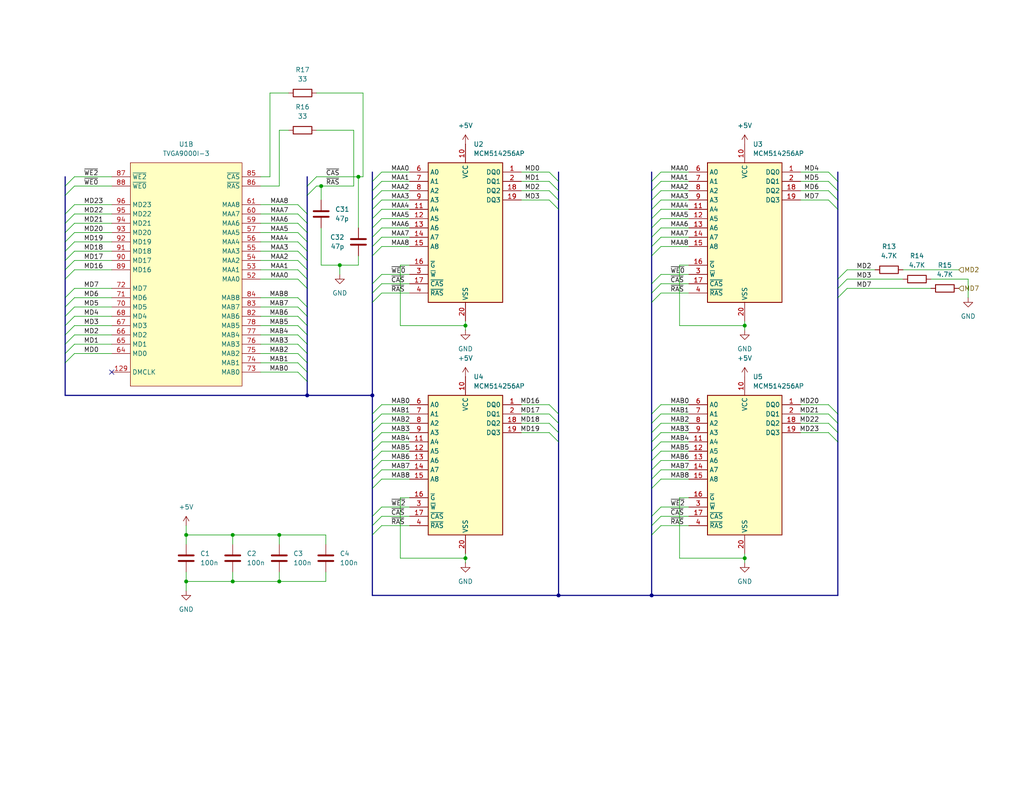
<source format=kicad_sch>
(kicad_sch (version 20231120) (generator "eeschema") (generator_version "8.0")
  (paper "USLetter")
  (lib_symbols
    (symbol "Device:C" (pin_numbers hide) (pin_names (offset 0.254))
      (property "Reference" "C" (at 0.635 2.54 0))
      (property "Value" "C" (at 0.635 -2.54 0))
      (symbol "C_0_1"
        (polyline (pts (xy -2.032 -0.762) (xy 2.032 -0.762)) (stroke (width 0.508)))
        (polyline (pts (xy -2.032 0.762) (xy 2.032 0.762)) (stroke (width 0.508)))
      )
      (symbol "C_1_1"
        (pin passive line (at 0 3.81 270) (length 2.794) (name "~") (number "1"))
        (pin passive line (at 0 -3.81 90) (length 2.794) (name "~") (number "2"))
      )
    )
    (symbol "Device:R" (pin_numbers hide) (pin_names (offset 0))
      (property "Reference" "R" (at 2.032 0 90))
      (property "Value" "R" (at 0 0 90))
      (symbol "R_0_1"
        (rectangle (start -1.016 -2.54) (end 1.016 2.54) (stroke (width 0.254)))
      )
      (symbol "R_1_1"
        (pin passive line (at 0 3.81 270) (length 1.27) (name "~") (number "1"))
        (pin passive line (at 0 -3.81 90) (length 1.27) (name "~") (number "2"))
      )
    )
    (symbol "pc-parts:MCM514256AP"
      (property "Reference" "U" (at -5.08 20.32 0))
      (property "Value" "MCM514256AP" (at 7.62 20.32 0))
      (symbol "MCM514256AP_0_1"
        (rectangle (start -10.16 19.05) (end 10.16 -19.05) (stroke (width 0.254)) (fill (type background)))
      )
      (symbol "MCM514256AP_1_1"
        (pin bidirectional line (at 15.24 16.51 180) (length 5.08) (name "DQ0") (number "1"))
        (pin power_in line (at 0 24.13 270) (length 5.08) (name "VCC") (number "10"))
        (pin input line (at -15.24 6.35 0) (length 5.08) (name "A4") (number "11"))
        (pin input line (at -15.24 3.81 0) (length 5.08) (name "A5") (number "12"))
        (pin input line (at -15.24 1.27 0) (length 5.08) (name "A6") (number "13"))
        (pin input line (at -15.24 -1.27 0) (length 5.08) (name "A7") (number "14"))
        (pin input line (at -15.24 -3.81 0) (length 5.08) (name "A8") (number "15"))
        (pin input line (at -15.24 -8.89 0) (length 5.08) (name "~{G}") (number "16"))
        (pin input line (at -15.24 -13.97 0) (length 5.08) (name "~{CAS}") (number "17"))
        (pin bidirectional line (at 15.24 11.43 180) (length 5.08) (name "DQ2") (number "18"))
        (pin bidirectional line (at 15.24 8.89 180) (length 5.08) (name "DQ3") (number "19"))
        (pin bidirectional line (at 15.24 13.97 180) (length 5.08) (name "DQ1") (number "2"))
        (pin power_in line (at 0 -24.13 90) (length 5.08) (name "VSS") (number "20"))
        (pin input line (at -15.24 -11.43 0) (length 5.08) (name "~{W}") (number "3"))
        (pin input line (at -15.24 -16.51 0) (length 5.08) (name "~{RAS}") (number "4"))
        (pin no_connect line (at 10.16 -16.51 180) (length 2.54) hide (name "NC") (number "5"))
        (pin input line (at -15.24 16.51 0) (length 5.08) (name "A0") (number "6"))
        (pin input line (at -15.24 13.97 0) (length 5.08) (name "A1") (number "7"))
        (pin input line (at -15.24 11.43 0) (length 5.08) (name "A2") (number "8"))
        (pin input line (at -15.24 8.89 0) (length 5.08) (name "A3") (number "9"))
      )
    )
    (symbol "pc-parts:TVGA9000i"
      (property "Reference" "U" (at 0 0 0))
      (property "Value" "TVGA9000I-3" (at 0 0 0))
      (symbol "TVGA9000i_1_0"
        (pin output line (at -19.05 -17.78 0) (length 5.08) (name "~{MCS16}") (number "102"))
        (pin bidirectional line (at 19.05 -60.96 180) (length 5.08) (name "SD15") (number "103"))
        (pin bidirectional line (at 19.05 -58.42 180) (length 5.08) (name "SD14") (number "104"))
        (pin bidirectional line (at 19.05 -55.88 180) (length 5.08) (name "SD13") (number "105"))
        (pin bidirectional line (at 19.05 -53.34 180) (length 5.08) (name "SD12") (number "106"))
        (pin bidirectional line (at 19.05 -50.8 180) (length 5.08) (name "SD11") (number "107"))
        (pin bidirectional line (at 19.05 -48.26 180) (length 5.08) (name "SD10") (number "108"))
        (pin bidirectional line (at 19.05 -45.72 180) (length 5.08) (name "SD9") (number "109"))
        (pin bidirectional line (at 19.05 -43.18 180) (length 5.08) (name "SD8") (number "110"))
        (pin output line (at -19.05 55.88 0) (length 5.08) (name "IRQ") (number "111"))
        (pin input line (at 19.05 30.48 180) (length 5.08) (name "SA17") (number "113"))
        (pin input line (at 19.05 33.02 180) (length 5.08) (name "SA18") (number "114"))
        (pin input line (at 19.05 35.56 180) (length 5.08) (name "SA19") (number "115"))
        (pin input line (at 19.05 -27.94 180) (length 5.08) (name "LA20") (number "116"))
        (pin input line (at 19.05 -25.4 180) (length 5.08) (name "LA21") (number "117"))
        (pin input line (at 19.05 -22.86 180) (length 5.08) (name "LA22") (number "118"))
        (pin input line (at 19.05 -20.32 180) (length 5.08) (name "LA23") (number "119"))
        (pin bidirectional line (at 19.05 -12.7 180) (length 5.08) (name "SA0") (number "135"))
        (pin bidirectional line (at 19.05 -10.16 180) (length 5.08) (name "SA1") (number "136"))
        (pin bidirectional line (at 19.05 -7.62 180) (length 5.08) (name "SA2") (number "137"))
        (pin bidirectional line (at 19.05 -5.08 180) (length 5.08) (name "SA3") (number "138"))
        (pin bidirectional line (at 19.05 -2.54 180) (length 5.08) (name "SA4") (number "139"))
        (pin bidirectional line (at 19.05 0 180) (length 5.08) (name "SA5") (number "140"))
        (pin bidirectional line (at 19.05 2.54 180) (length 5.08) (name "SA6") (number "141"))
        (pin bidirectional line (at 19.05 5.08 180) (length 5.08) (name "SA7") (number "142"))
        (pin bidirectional line (at 19.05 7.62 180) (length 5.08) (name "SA8") (number "144"))
        (pin bidirectional line (at 19.05 10.16 180) (length 5.08) (name "SA9") (number "145"))
        (pin bidirectional line (at 19.05 12.7 180) (length 5.08) (name "SA10") (number "146"))
        (pin bidirectional line (at 19.05 15.24 180) (length 5.08) (name "SA11") (number "147"))
        (pin bidirectional line (at 19.05 17.78 180) (length 5.08) (name "SA12") (number "148"))
        (pin bidirectional line (at 19.05 20.32 180) (length 5.08) (name "SA13") (number "149"))
        (pin bidirectional line (at 19.05 22.86 180) (length 5.08) (name "SA14") (number "150"))
        (pin bidirectional line (at 19.05 25.4 180) (length 5.08) (name "SA15") (number "151"))
        (pin bidirectional line (at 19.05 27.94 180) (length 5.08) (name "SA16") (number "152"))
        (pin input line (at -19.05 30.48 0) (length 5.08) (name "~{IOR}") (number "153"))
        (pin input line (at -19.05 33.02 0) (length 5.08) (name "~{IOW}") (number "154"))
        (pin input line (at -19.05 35.56 0) (length 5.08) (name "~{MEMR}") (number "155"))
        (pin input line (at -19.05 38.1 0) (length 5.08) (name "~{MEMW}") (number "156"))
        (pin output line (at 19.05 40.64 180) (length 5.08) (name "IOCHRDY") (number "157"))
        (pin input line (at -19.05 17.78 0) (length 5.08) (name "ENMEM") (number "158"))
        (pin input line (at -19.05 -5.08 0) (length 5.08) (name "ALE") (number "21"))
        (pin input line (at 19.05 38.1 180) (length 5.08) (name "AEN") (number "22"))
        (pin output line (at 19.05 63.5 180) (length 5.08) (name "~{NMI}") (number "24"))
        (pin bidirectional line (at 19.05 43.18 180) (length 5.08) (name "SD0") (number "25"))
        (pin bidirectional line (at 19.05 45.72 180) (length 5.08) (name "SD1") (number "26"))
        (pin bidirectional line (at 19.05 48.26 180) (length 5.08) (name "SD2") (number "27"))
        (pin bidirectional line (at 19.05 50.8 180) (length 5.08) (name "SD3") (number "28"))
        (pin bidirectional line (at 19.05 53.34 180) (length 5.08) (name "SD4") (number "29"))
        (pin bidirectional line (at 19.05 55.88 180) (length 5.08) (name "SD5") (number "30"))
        (pin bidirectional line (at 19.05 58.42 180) (length 5.08) (name "SD6") (number "31"))
        (pin bidirectional line (at 19.05 60.96 180) (length 5.08) (name "SD7") (number "32"))
        (pin input line (at -19.05 60.96 0) (length 5.08) (name "RESET") (number "5"))
        (pin input line (at 19.05 -17.78 180) (length 5.08) (name "~{SBHE}") (number "99"))
      )
      (symbol "TVGA9000i_1_1"
        (rectangle (start -13.97 66.04) (end 13.97 -63.5) (fill (type background)))
      )
      (symbol "TVGA9000i_2_0"
        (pin bidirectional line (at 20.32 -26.67 180) (length 5.08) (name "DMCLK") (number "129"))
        (pin output line (at -20.32 -1.27 0) (length 5.08) (name "MAA0") (number "52"))
        (pin output line (at -20.32 1.27 0) (length 5.08) (name "MAA1") (number "53"))
        (pin output line (at -20.32 3.81 0) (length 5.08) (name "MAA2") (number "54"))
        (pin output line (at -20.32 6.35 0) (length 5.08) (name "MAA3") (number "55"))
        (pin output line (at -20.32 8.89 0) (length 5.08) (name "MAA4") (number "56"))
        (pin output line (at -20.32 11.43 0) (length 5.08) (name "MAA5") (number "57"))
        (pin output line (at -20.32 13.97 0) (length 5.08) (name "MAA6") (number "59"))
        (pin output line (at -20.32 16.51 0) (length 5.08) (name "MAA7") (number "60"))
        (pin output line (at -20.32 19.05 0) (length 5.08) (name "MAA8") (number "61"))
        (pin bidirectional line (at 20.32 -21.59 180) (length 5.08) (name "MD0") (number "64"))
        (pin bidirectional line (at 20.32 -19.05 180) (length 5.08) (name "MD1") (number "65"))
        (pin bidirectional line (at 20.32 -16.51 180) (length 5.08) (name "MD2") (number "66"))
        (pin bidirectional line (at 20.32 -13.97 180) (length 5.08) (name "MD3") (number "67"))
        (pin bidirectional line (at 20.32 -11.43 180) (length 5.08) (name "MD4") (number "68"))
        (pin bidirectional line (at 20.32 -8.89 180) (length 5.08) (name "MD5") (number "70"))
        (pin bidirectional line (at 20.32 -6.35 180) (length 5.08) (name "MD6") (number "71"))
        (pin bidirectional line (at 20.32 -3.81 180) (length 5.08) (name "MD7") (number "72"))
        (pin output line (at -20.32 -26.67 0) (length 5.08) (name "MAB0") (number "73"))
        (pin output line (at -20.32 -24.13 0) (length 5.08) (name "MAB1") (number "74"))
        (pin output line (at -20.32 -21.59 0) (length 5.08) (name "MAB2") (number "75"))
        (pin output line (at -20.32 -19.05 0) (length 5.08) (name "MAB3") (number "76"))
        (pin output line (at -20.32 -16.51 0) (length 5.08) (name "MAB4") (number "77"))
        (pin output line (at -20.32 -13.97 0) (length 5.08) (name "MAB5") (number "78"))
        (pin output line (at -20.32 -11.43 0) (length 5.08) (name "MAB6") (number "82"))
        (pin output line (at -20.32 -8.89 0) (length 5.08) (name "MAB7") (number "83"))
        (pin output line (at -20.32 -6.35 0) (length 5.08) (name "MAB8") (number "84"))
        (pin output line (at -20.32 26.67 0) (length 5.08) (name "~{CAS}") (number "85"))
        (pin output line (at -20.32 24.13 0) (length 5.08) (name "~{RAS}") (number "86"))
        (pin output line (at 20.32 26.67 180) (length 5.08) (name "~{WE2}") (number "87"))
        (pin output line (at 20.32 24.13 180) (length 5.08) (name "~{WE0}") (number "88"))
        (pin bidirectional line (at 20.32 1.27 180) (length 5.08) (name "MD16") (number "89"))
        (pin bidirectional line (at 20.32 3.81 180) (length 5.08) (name "MD17") (number "90"))
        (pin bidirectional line (at 20.32 6.35 180) (length 5.08) (name "MD18") (number "91"))
        (pin bidirectional line (at 20.32 8.89 180) (length 5.08) (name "MD19") (number "92"))
        (pin bidirectional line (at 20.32 11.43 180) (length 5.08) (name "MD20") (number "93"))
        (pin bidirectional line (at 20.32 13.97 180) (length 5.08) (name "MD21") (number "94"))
        (pin bidirectional line (at 20.32 16.51 180) (length 5.08) (name "MD22") (number "95"))
        (pin bidirectional line (at 20.32 19.05 180) (length 5.08) (name "MD23") (number "96"))
      )
      (symbol "TVGA9000i_2_1"
        (rectangle (start -15.24 30.48) (end 15.24 -30.48) (fill (type background)))
      )
      (symbol "TVGA9000i_3_0"
        (pin bidirectional line (at 20.32 -2.54 180) (length 5.08) (name "P6") (number "10"))
        (pin output line (at 20.32 12.7 180) (length 5.08) (name "OUTP0") (number "100"))
        (pin bidirectional line (at 20.32 -5.08 180) (length 5.08) (name "P5") (number "11"))
        (pin bidirectional line (at 20.32 -7.62 180) (length 5.08) (name "P4") (number "12"))
        (pin output line (at 20.32 15.24 180) (length 5.08) (name "VLF") (number "125"))
        (pin bidirectional line (at 20.32 -10.16 180) (length 5.08) (name "P3") (number "14"))
        (pin bidirectional line (at 20.32 -12.7 180) (length 5.08) (name "P2") (number "15"))
        (pin bidirectional line (at 20.32 -20.32 180) (length 5.08) (name "PCLK") (number "159"))
        (pin bidirectional line (at 20.32 -15.24 180) (length 5.08) (name "P1") (number "16"))
        (pin bidirectional line (at 20.32 -17.78 180) (length 5.08) (name "P0") (number "17"))
        (pin input line (at 20.32 7.62 180) (length 5.08) (name "IRSET") (number "18"))
        (pin output line (at 20.32 27.94 180) (length 5.08) (name "B") (number "2"))
        (pin input line (at 20.32 5.08 180) (length 5.08) (name "VREF") (number "20"))
        (pin output line (at 20.32 25.4 180) (length 5.08) (name "G") (number "3"))
        (pin bidirectional line (at -20.32 -3.81 0) (length 5.08) (name "RMD7") (number "33"))
        (pin bidirectional line (at -20.32 -1.27 0) (length 5.08) (name "RMD6") (number "34"))
        (pin bidirectional line (at -20.32 1.27 0) (length 5.08) (name "RMD5") (number "35"))
        (pin bidirectional line (at -20.32 3.81 0) (length 5.08) (name "RMD4") (number "36"))
        (pin bidirectional line (at -20.32 6.35 0) (length 5.08) (name "RMD3") (number "37"))
        (pin bidirectional line (at -20.32 8.89 0) (length 5.08) (name "RMD2") (number "38"))
        (pin bidirectional line (at -20.32 11.43 0) (length 5.08) (name "RMD1") (number "39"))
        (pin output line (at 20.32 22.86 180) (length 5.08) (name "R") (number "4"))
        (pin bidirectional line (at -20.32 13.97 0) (length 5.08) (name "RMD0") (number "43"))
        (pin bidirectional line (at 20.32 -22.86 180) (length 5.08) (name "~{BLANK}") (number "44"))
        (pin output line (at -20.32 -8.89 0) (length 5.08) (name "ROMCS") (number "45"))
        (pin input line (at 20.32 20.32 180) (length 5.08) (name "MONITOR") (number "46"))
        (pin output line (at 20.32 33.02 180) (length 5.08) (name "VSYNC") (number "47"))
        (pin output line (at 20.32 30.48 180) (length 5.08) (name "HSYNC") (number "48"))
        (pin input line (at 20.32 -33.02 180) (length 5.08) (name "EVIDEO") (number "49"))
        (pin input line (at 20.32 -30.48 180) (length 5.08) (name "EDCLK") (number "50"))
        (pin input line (at 20.32 -27.94 180) (length 5.08) (name "ESYNC") (number "51"))
        (pin bidirectional line (at 20.32 0 180) (length 5.08) (name "P7") (number "9"))
        (pin output line (at -20.32 -11.43 0) (length 5.08) (name "ROMBA0") (number "97"))
        (pin output line (at -20.32 -13.97 0) (length 5.08) (name "ROMCLK") (number "98"))
      )
      (symbol "TVGA9000i_3_1"
        (rectangle (start -15.24 35.56) (end 15.24 -35.56) (fill (type background)))
      )
      (symbol "TVGA9000i_4_0"
        (pin power_in line (at -17.78 -20.32 90) (length 5.08) (name "AVSS2") (number "1"))
        (pin power_in line (at 10.16 -20.32 90) (length 5.08) (name "VSS") (number "101"))
        (pin no_connect line (at 30.48 1.27 180) (length 5.08) (name "RESERVED") (number "112"))
        (pin power_in line (at 2.54 20.32 270) (length 5.08) (name "VDD") (number "120"))
        (pin power_in line (at 12.7 -20.32 90) (length 5.08) (name "VSS") (number "121"))
        (pin power_in line (at 15.24 -20.32 90) (length 5.08) (name "VSS") (number "122"))
        (pin no_connect line (at 30.48 -1.27 180) (length 5.08) (name "RESERVED") (number "123"))
        (pin power_in line (at -17.78 20.32 270) (length 5.08) (name "AVDD1") (number "124"))
        (pin power_in line (at -20.32 -20.32 90) (length 5.08) (name "AVSS1") (number "126"))
        (pin no_connect line (at 30.48 -3.81 180) (length 5.08) (name "RESERVED") (number "127"))
        (pin power_in line (at -12.7 -20.32 90) (length 5.08) (name "DVSS1") (number "128"))
        (pin power_in line (at -15.24 20.32 270) (length 5.08) (name "AVDD2") (number "13"))
        (pin power_in line (at -7.62 20.32 270) (length 5.08) (name "DVDD1") (number "130"))
        (pin output line (at -30.48 1.27 0) (length 5.08) (name "XTL1") (number "131"))
        (pin output line (at 30.48 6.35 180) (length 5.08) (name "MLF(RES)") (number "132"))
        (pin input line (at -30.48 -1.27 0) (length 5.08) (name "XTL2") (number "133"))
        (pin power_in line (at 0 20.32 270) (length 5.08) (name "VDD") (number "134"))
        (pin power_in line (at 17.78 -20.32 90) (length 5.08) (name "VSS") (number "143"))
        (pin power_in line (at 20.32 -20.32 90) (length 5.08) (name "VSS") (number "160"))
        (pin power_in line (at 15.24 20.32 270) (length 5.08) (name "VDD") (number "19"))
        (pin power_in line (at -5.08 -20.32 90) (length 5.08) (name "VSS") (number "23"))
        (pin power_in line (at 12.7 20.32 270) (length 5.08) (name "VDD") (number "40"))
        (pin power_in line (at -2.54 -20.32 90) (length 5.08) (name "VSS") (number "41"))
        (pin power_in line (at 0 -20.32 90) (length 5.08) (name "VSS") (number "42"))
        (pin power_in line (at 2.54 -20.32 90) (length 5.08) (name "VSS") (number "58"))
        (pin power_in line (at -12.7 20.32 270) (length 5.08) (name "AVDD2") (number "6"))
        (pin power_in line (at 10.16 20.32 270) (length 5.08) (name "VDD") (number "62"))
        (pin no_connect line (at 30.48 -6.35 180) (length 5.08) (name "MCA_RESERVED") (number "63"))
        (pin power_in line (at 7.62 20.32 270) (length 5.08) (name "VDD") (number "69"))
        (pin power_in line (at -10.16 -20.32 90) (length 5.08) (name "DVSS2") (number "7"))
        (pin power_in line (at 5.08 -20.32 90) (length 5.08) (name "VSS") (number "79"))
        (pin power_in line (at -5.08 20.32 270) (length 5.08) (name "DVDD2") (number "8"))
        (pin power_in line (at 7.62 -20.32 90) (length 5.08) (name "VSS") (number "80"))
        (pin power_in line (at 5.08 20.32 270) (length 5.08) (name "VDD") (number "81"))
      )
      (symbol "TVGA9000i_4_1"
        (rectangle (start -25.4 15.24) (end 25.4 -15.24) (fill (type background)))
      )
    )
    (symbol "power:+5V" (power) (pin_numbers hide) (pin_names (offset 0) hide)
      (property "Value" "+5V" (at 0 3.556 0))
      (symbol "+5V_0_1"
        (polyline (pts (xy -0.762 1.27) (xy 0 2.54)))
        (polyline (pts (xy 0 0) (xy 0 2.54)))
        (polyline (pts (xy 0 2.54) (xy 0.762 1.27)))
      )
      (symbol "+5V_1_1"
        (pin power_in line (at 0 0 90) (length 0) (name "~") (number "1"))
      )
    )
    (symbol "power:GND" (power) (pin_numbers hide) (pin_names (offset 0) hide)
      (property "Value" "GND" (at 0 -3.81 0))
      (symbol "GND_0_1"
        (polyline (pts (xy 0 0) (xy 0 -1.27) (xy 1.27 -1.27) (xy 0 -2.54) (xy -1.27 -1.27) (xy 0 -1.27)))
      )
      (symbol "GND_1_1"
        (pin power_in line (at 0 0 270) (length 0) (name "~") (number "1"))
      )
    )
  )
  (junction (at 152.4 162.56))
  (junction (at 97.79 48.26))
  (junction (at 76.2 146.05))
  (junction (at 203.2 88.9))
  (junction (at 87.63 50.8))
  (junction (at 127 88.9))
  (junction (at 76.2 158.75))
  (junction (at 50.8 158.75))
  (junction (at 203.2 152.4))
  (junction (at 63.5 158.75))
  (junction (at 177.8 162.56))
  (junction (at 92.71 72.39))
  (junction (at 101.6 107.95))
  (junction (at 127 152.4))
  (junction (at 63.5 146.05))
  (junction (at 50.8 146.05))
  (junction (at 83.82 107.95))
  (no_connect (at 30.48 101.6))
  (bus_entry (at 101.6 115.57) (size 2.54 -2.54))
  (bus_entry (at 101.6 140.97) (size 2.54 -2.54))
  (bus_entry (at 83.82 53.34) (size 2.54 -2.54))
  (bus_entry (at 101.6 57.15) (size 2.54 -2.54))
  (bus_entry (at 17.78 76.2) (size 2.54 -2.54))
  (bus_entry (at 17.78 73.66) (size 2.54 -2.54))
  (bus_entry (at 152.4 52.07) (size -2.54 -2.54))
  (bus_entry (at 101.6 64.77) (size 2.54 -2.54))
  (bus_entry (at 17.78 50.8) (size 2.54 -2.54))
  (bus_entry (at 101.6 133.35) (size 2.54 -2.54))
  (bus_entry (at 101.6 69.85) (size 2.54 -2.54))
  (bus_entry (at 83.82 96.52) (size -2.54 -2.54))
  (bus_entry (at 228.6 54.61) (size -2.54 -2.54))
  (bus_entry (at 177.8 133.35) (size 2.54 -2.54))
  (bus_entry (at 83.82 86.36) (size -2.54 -2.54))
  (bus_entry (at 152.4 120.65) (size -2.54 -2.54))
  (bus_entry (at 177.8 52.07) (size 2.54 -2.54))
  (bus_entry (at 177.8 64.77) (size 2.54 -2.54))
  (bus_entry (at 177.8 69.85) (size 2.54 -2.54))
  (bus_entry (at 101.6 67.31) (size 2.54 -2.54))
  (bus_entry (at 101.6 118.11) (size 2.54 -2.54))
  (bus_entry (at 152.4 49.53) (size -2.54 -2.54))
  (bus_entry (at 17.78 88.9) (size 2.54 -2.54))
  (bus_entry (at 83.82 91.44) (size -2.54 -2.54))
  (bus_entry (at 83.82 78.74) (size -2.54 -2.54))
  (bus_entry (at 83.82 73.66) (size -2.54 -2.54))
  (bus_entry (at 228.6 57.15) (size -2.54 -2.54))
  (bus_entry (at 177.8 125.73) (size 2.54 -2.54))
  (bus_entry (at 83.82 99.06) (size -2.54 -2.54))
  (bus_entry (at 83.82 83.82) (size -2.54 -2.54))
  (bus_entry (at 83.82 66.04) (size -2.54 -2.54))
  (bus_entry (at 101.6 113.03) (size 2.54 -2.54))
  (bus_entry (at 101.6 143.51) (size 2.54 -2.54))
  (bus_entry (at 228.6 76.2) (size 2.54 -2.54))
  (bus_entry (at 228.6 118.11) (size -2.54 -2.54))
  (bus_entry (at 17.78 53.34) (size 2.54 -2.54))
  (bus_entry (at 177.8 123.19) (size 2.54 -2.54))
  (bus_entry (at 228.6 113.03) (size -2.54 -2.54))
  (bus_entry (at 177.8 54.61) (size 2.54 -2.54))
  (bus_entry (at 17.78 58.42) (size 2.54 -2.54))
  (bus_entry (at 17.78 81.28) (size 2.54 -2.54))
  (bus_entry (at 83.82 101.6) (size -2.54 -2.54))
  (bus_entry (at 152.4 57.15) (size -2.54 -2.54))
  (bus_entry (at 177.8 115.57) (size 2.54 -2.54))
  (bus_entry (at 177.8 143.51) (size 2.54 -2.54))
  (bus_entry (at 177.8 49.53) (size 2.54 -2.54))
  (bus_entry (at 17.78 93.98) (size 2.54 -2.54))
  (bus_entry (at 17.78 91.44) (size 2.54 -2.54))
  (bus_entry (at 83.82 58.42) (size -2.54 -2.54))
  (bus_entry (at 101.6 146.05) (size 2.54 -2.54))
  (bus_entry (at 17.78 60.96) (size 2.54 -2.54))
  (bus_entry (at 101.6 54.61) (size 2.54 -2.54))
  (bus_entry (at 101.6 59.69) (size 2.54 -2.54))
  (bus_entry (at 177.8 113.03) (size 2.54 -2.54))
  (bus_entry (at 17.78 63.5) (size 2.54 -2.54))
  (bus_entry (at 101.6 120.65) (size 2.54 -2.54))
  (bus_entry (at 17.78 86.36) (size 2.54 -2.54))
  (bus_entry (at 177.8 130.81) (size 2.54 -2.54))
  (bus_entry (at 17.78 96.52) (size 2.54 -2.54))
  (bus_entry (at 228.6 115.57) (size -2.54 -2.54))
  (bus_entry (at 152.4 54.61) (size -2.54 -2.54))
  (bus_entry (at 152.4 118.11) (size -2.54 -2.54))
  (bus_entry (at 152.4 115.57) (size -2.54 -2.54))
  (bus_entry (at 83.82 88.9) (size -2.54 -2.54))
  (bus_entry (at 177.8 80.01) (size 2.54 -2.54))
  (bus_entry (at 83.82 60.96) (size -2.54 -2.54))
  (bus_entry (at 177.8 77.47) (size 2.54 -2.54))
  (bus_entry (at 177.8 59.69) (size 2.54 -2.54))
  (bus_entry (at 228.6 49.53) (size -2.54 -2.54))
  (bus_entry (at 177.8 146.05) (size 2.54 -2.54))
  (bus_entry (at 101.6 130.81) (size 2.54 -2.54))
  (bus_entry (at 101.6 62.23) (size 2.54 -2.54))
  (bus_entry (at 83.82 76.2) (size -2.54 -2.54))
  (bus_entry (at 228.6 81.28) (size 2.54 -2.54))
  (bus_entry (at 177.8 118.11) (size 2.54 -2.54))
  (bus_entry (at 83.82 50.8) (size 2.54 -2.54))
  (bus_entry (at 177.8 128.27) (size 2.54 -2.54))
  (bus_entry (at 101.6 77.47) (size 2.54 -2.54))
  (bus_entry (at 17.78 99.06) (size 2.54 -2.54))
  (bus_entry (at 17.78 83.82) (size 2.54 -2.54))
  (bus_entry (at 228.6 120.65) (size -2.54 -2.54))
  (bus_entry (at 152.4 113.03) (size -2.54 -2.54))
  (bus_entry (at 101.6 123.19) (size 2.54 -2.54))
  (bus_entry (at 83.82 68.58) (size -2.54 -2.54))
  (bus_entry (at 101.6 82.55) (size 2.54 -2.54))
  (bus_entry (at 101.6 125.73) (size 2.54 -2.54))
  (bus_entry (at 177.8 67.31) (size 2.54 -2.54))
  (bus_entry (at 101.6 49.53) (size 2.54 -2.54))
  (bus_entry (at 83.82 104.14) (size -2.54 -2.54))
  (bus_entry (at 177.8 57.15) (size 2.54 -2.54))
  (bus_entry (at 177.8 120.65) (size 2.54 -2.54))
  (bus_entry (at 177.8 62.23) (size 2.54 -2.54))
  (bus_entry (at 228.6 78.74) (size 2.54 -2.54))
  (bus_entry (at 177.8 82.55) (size 2.54 -2.54))
  (bus_entry (at 177.8 140.97) (size 2.54 -2.54))
  (bus_entry (at 83.82 93.98) (size -2.54 -2.54))
  (bus_entry (at 17.78 71.12) (size 2.54 -2.54))
  (bus_entry (at 101.6 128.27) (size 2.54 -2.54))
  (bus_entry (at 83.82 63.5) (size -2.54 -2.54))
  (bus_entry (at 17.78 66.04) (size 2.54 -2.54))
  (bus_entry (at 101.6 52.07) (size 2.54 -2.54))
  (bus_entry (at 101.6 80.01) (size 2.54 -2.54))
  (bus_entry (at 83.82 71.12) (size -2.54 -2.54))
  (bus_entry (at 17.78 68.58) (size 2.54 -2.54))
  (bus_entry (at 228.6 52.07) (size -2.54 -2.54))
  (wire (pts (xy 71.12 81.28) (xy 81.28 81.28)))
  (wire (pts (xy 218.44 113.03) (xy 226.06 113.03)))
  (bus (pts (xy 83.82 86.36) (xy 83.82 88.9)))
  (wire (pts (xy 203.2 88.9) (xy 203.2 87.63)))
  (bus (pts (xy 83.82 73.66) (xy 83.82 76.2)))
  (bus (pts (xy 228.6 118.11) (xy 228.6 120.65)))
  (wire (pts (xy 20.32 68.58) (xy 30.48 68.58)))
  (bus (pts (xy 17.78 66.04) (xy 17.78 68.58)))
  (wire (pts (xy 187.96 130.81) (xy 180.34 130.81)))
  (wire (pts (xy 71.12 55.88) (xy 81.28 55.88)))
  (wire (pts (xy 111.76 115.57) (xy 104.14 115.57)))
  (wire (pts (xy 127 152.4) (xy 127 153.67)))
  (wire (pts (xy 20.32 83.82) (xy 30.48 83.82)))
  (bus (pts (xy 101.6 113.03) (xy 101.6 115.57)))
  (wire (pts (xy 185.42 72.39) (xy 185.42 88.9)))
  (bus (pts (xy 152.4 162.56) (xy 177.8 162.56)))
  (wire (pts (xy 104.14 46.99) (xy 111.76 46.99)))
  (wire (pts (xy 20.32 60.96) (xy 30.48 60.96)))
  (wire (pts (xy 111.76 118.11) (xy 104.14 118.11)))
  (wire (pts (xy 104.14 80.01) (xy 111.76 80.01)))
  (wire (pts (xy 71.12 60.96) (xy 81.28 60.96)))
  (wire (pts (xy 71.12 58.42) (xy 81.28 58.42)))
  (bus (pts (xy 101.6 133.35) (xy 101.6 140.97)))
  (bus (pts (xy 17.78 71.12) (xy 17.78 73.66)))
  (wire (pts (xy 180.34 67.31) (xy 187.96 67.31)))
  (wire (pts (xy 104.14 57.15) (xy 111.76 57.15)))
  (bus (pts (xy 228.6 46.99) (xy 228.6 49.53)))
  (wire (pts (xy 238.76 73.66) (xy 231.14 73.66)))
  (wire (pts (xy 104.14 52.07) (xy 111.76 52.07)))
  (wire (pts (xy 20.32 93.98) (xy 30.48 93.98)))
  (bus (pts (xy 101.6 107.95) (xy 101.6 113.03)))
  (wire (pts (xy 180.34 49.53) (xy 187.96 49.53)))
  (wire (pts (xy 187.96 118.11) (xy 180.34 118.11)))
  (wire (pts (xy 71.12 63.5) (xy 81.28 63.5)))
  (wire (pts (xy 254 76.2) (xy 264.16 76.2)))
  (bus (pts (xy 152.4 118.11) (xy 152.4 120.65)))
  (wire (pts (xy 20.32 78.74) (xy 30.48 78.74)))
  (wire (pts (xy 142.24 49.53) (xy 149.86 49.53)))
  (wire (pts (xy 111.76 120.65) (xy 104.14 120.65)))
  (bus (pts (xy 177.8 162.56) (xy 228.6 162.56)))
  (bus (pts (xy 152.4 54.61) (xy 152.4 57.15)))
  (bus (pts (xy 101.6 162.56) (xy 152.4 162.56)))
  (wire (pts (xy 185.42 152.4) (xy 203.2 152.4)))
  (bus (pts (xy 83.82 48.26) (xy 83.82 50.8)))
  (wire (pts (xy 97.79 48.26) (xy 97.79 62.23)))
  (wire (pts (xy 218.44 118.11) (xy 226.06 118.11)))
  (wire (pts (xy 187.96 110.49) (xy 180.34 110.49)))
  (bus (pts (xy 101.6 64.77) (xy 101.6 67.31)))
  (wire (pts (xy 97.79 69.85) (xy 97.79 72.39)))
  (bus (pts (xy 101.6 62.23) (xy 101.6 64.77)))
  (wire (pts (xy 50.8 143.51) (xy 50.8 146.05)))
  (bus (pts (xy 177.8 128.27) (xy 177.8 130.81)))
  (wire (pts (xy 231.14 76.2) (xy 246.38 76.2)))
  (wire (pts (xy 187.96 135.89) (xy 185.42 135.89)))
  (bus (pts (xy 17.78 81.28) (xy 17.78 83.82)))
  (bus (pts (xy 17.78 107.95) (xy 83.82 107.95)))
  (wire (pts (xy 231.14 78.74) (xy 254 78.74)))
  (wire (pts (xy 180.34 140.97) (xy 187.96 140.97)))
  (bus (pts (xy 83.82 50.8) (xy 83.82 53.34)))
  (bus (pts (xy 101.6 118.11) (xy 101.6 120.65)))
  (bus (pts (xy 101.6 125.73) (xy 101.6 128.27)))
  (bus (pts (xy 101.6 128.27) (xy 101.6 130.81)))
  (wire (pts (xy 104.14 77.47) (xy 111.76 77.47)))
  (bus (pts (xy 83.82 53.34) (xy 83.82 58.42)))
  (wire (pts (xy 71.12 86.36) (xy 81.28 86.36)))
  (wire (pts (xy 88.9 148.59) (xy 88.9 146.05)))
  (wire (pts (xy 104.14 143.51) (xy 111.76 143.51)))
  (wire (pts (xy 20.32 55.88) (xy 30.48 55.88)))
  (bus (pts (xy 177.8 143.51) (xy 177.8 146.05)))
  (bus (pts (xy 83.82 107.95) (xy 101.6 107.95)))
  (bus (pts (xy 152.4 46.99) (xy 152.4 49.53)))
  (wire (pts (xy 71.12 101.6) (xy 81.28 101.6)))
  (wire (pts (xy 264.16 76.2) (xy 264.16 81.28)))
  (wire (pts (xy 111.76 113.03) (xy 104.14 113.03)))
  (bus (pts (xy 101.6 77.47) (xy 101.6 80.01)))
  (wire (pts (xy 63.5 146.05) (xy 50.8 146.05)))
  (wire (pts (xy 71.12 68.58) (xy 81.28 68.58)))
  (bus (pts (xy 177.8 69.85) (xy 177.8 77.47)))
  (bus (pts (xy 17.78 83.82) (xy 17.78 86.36)))
  (bus (pts (xy 228.6 113.03) (xy 228.6 115.57)))
  (wire (pts (xy 20.32 96.52) (xy 30.48 96.52)))
  (bus (pts (xy 83.82 66.04) (xy 83.82 68.58)))
  (wire (pts (xy 142.24 52.07) (xy 149.86 52.07)))
  (bus (pts (xy 101.6 57.15) (xy 101.6 59.69)))
  (wire (pts (xy 180.34 64.77) (xy 187.96 64.77)))
  (wire (pts (xy 73.66 25.4) (xy 73.66 48.26)))
  (wire (pts (xy 20.32 88.9) (xy 30.48 88.9)))
  (bus (pts (xy 83.82 83.82) (xy 83.82 86.36)))
  (bus (pts (xy 177.8 59.69) (xy 177.8 62.23)))
  (wire (pts (xy 187.96 72.39) (xy 185.42 72.39)))
  (wire (pts (xy 87.63 72.39) (xy 87.63 62.23)))
  (wire (pts (xy 104.14 49.53) (xy 111.76 49.53)))
  (bus (pts (xy 101.6 123.19) (xy 101.6 125.73)))
  (bus (pts (xy 101.6 46.99) (xy 101.6 49.53)))
  (wire (pts (xy 180.34 77.47) (xy 187.96 77.47)))
  (wire (pts (xy 88.9 146.05) (xy 76.2 146.05)))
  (wire (pts (xy 218.44 52.07) (xy 226.06 52.07)))
  (bus (pts (xy 228.6 52.07) (xy 228.6 54.61)))
  (bus (pts (xy 228.6 78.74) (xy 228.6 81.28)))
  (wire (pts (xy 185.42 88.9) (xy 203.2 88.9)))
  (bus (pts (xy 17.78 68.58) (xy 17.78 71.12)))
  (bus (pts (xy 83.82 60.96) (xy 83.82 63.5)))
  (wire (pts (xy 142.24 110.49) (xy 149.86 110.49)))
  (wire (pts (xy 20.32 48.26) (xy 30.48 48.26)))
  (wire (pts (xy 71.12 73.66) (xy 81.28 73.66)))
  (bus (pts (xy 228.6 57.15) (xy 228.6 76.2)))
  (wire (pts (xy 180.34 143.51) (xy 187.96 143.51)))
  (wire (pts (xy 71.12 66.04) (xy 81.28 66.04)))
  (wire (pts (xy 187.96 123.19) (xy 180.34 123.19)))
  (bus (pts (xy 152.4 120.65) (xy 152.4 162.56)))
  (bus (pts (xy 152.4 57.15) (xy 152.4 113.03)))
  (bus (pts (xy 177.8 46.99) (xy 177.8 49.53)))
  (bus (pts (xy 228.6 81.28) (xy 228.6 113.03)))
  (bus (pts (xy 101.6 49.53) (xy 101.6 52.07)))
  (bus (pts (xy 17.78 73.66) (xy 17.78 76.2)))
  (wire (pts (xy 20.32 66.04) (xy 30.48 66.04)))
  (bus (pts (xy 152.4 113.03) (xy 152.4 115.57)))
  (bus (pts (xy 177.8 130.81) (xy 177.8 133.35)))
  (wire (pts (xy 187.96 120.65) (xy 180.34 120.65)))
  (wire (pts (xy 111.76 130.81) (xy 104.14 130.81)))
  (wire (pts (xy 92.71 72.39) (xy 87.63 72.39)))
  (bus (pts (xy 101.6 59.69) (xy 101.6 62.23)))
  (wire (pts (xy 86.36 35.56) (xy 96.52 35.56)))
  (bus (pts (xy 83.82 96.52) (xy 83.82 99.06)))
  (bus (pts (xy 83.82 76.2) (xy 83.82 78.74)))
  (wire (pts (xy 76.2 156.21) (xy 76.2 158.75)))
  (bus (pts (xy 177.8 123.19) (xy 177.8 125.73)))
  (wire (pts (xy 142.24 113.03) (xy 149.86 113.03)))
  (wire (pts (xy 203.2 152.4) (xy 203.2 153.67)))
  (bus (pts (xy 17.78 58.42) (xy 17.78 60.96)))
  (wire (pts (xy 97.79 72.39) (xy 92.71 72.39)))
  (wire (pts (xy 88.9 156.21) (xy 88.9 158.75)))
  (bus (pts (xy 83.82 93.98) (xy 83.82 96.52)))
  (wire (pts (xy 104.14 67.31) (xy 111.76 67.31)))
  (bus (pts (xy 101.6 54.61) (xy 101.6 57.15)))
  (wire (pts (xy 63.5 146.05) (xy 63.5 148.59)))
  (wire (pts (xy 20.32 50.8) (xy 30.48 50.8)))
  (wire (pts (xy 97.79 48.26) (xy 99.06 48.26)))
  (bus (pts (xy 83.82 104.14) (xy 83.82 107.95)))
  (bus (pts (xy 177.8 57.15) (xy 177.8 59.69)))
  (wire (pts (xy 180.34 52.07) (xy 187.96 52.07)))
  (bus (pts (xy 101.6 143.51) (xy 101.6 146.05)))
  (wire (pts (xy 111.76 72.39) (xy 109.22 72.39)))
  (wire (pts (xy 86.36 25.4) (xy 99.06 25.4)))
  (bus (pts (xy 83.82 88.9) (xy 83.82 91.44)))
  (wire (pts (xy 71.12 88.9) (xy 81.28 88.9)))
  (wire (pts (xy 127 151.13) (xy 127 152.4)))
  (wire (pts (xy 76.2 35.56) (xy 76.2 50.8)))
  (bus (pts (xy 83.82 91.44) (xy 83.82 93.98)))
  (wire (pts (xy 73.66 48.26) (xy 71.12 48.26)))
  (wire (pts (xy 111.76 128.27) (xy 104.14 128.27)))
  (wire (pts (xy 104.14 64.77) (xy 111.76 64.77)))
  (wire (pts (xy 127 88.9) (xy 127 87.63)))
  (bus (pts (xy 101.6 146.05) (xy 101.6 162.56)))
  (wire (pts (xy 109.22 72.39) (xy 109.22 88.9)))
  (bus (pts (xy 228.6 120.65) (xy 228.6 162.56)))
  (bus (pts (xy 17.78 91.44) (xy 17.78 93.98)))
  (wire (pts (xy 203.2 152.4) (xy 203.2 151.13)))
  (bus (pts (xy 17.78 60.96) (xy 17.78 63.5)))
  (wire (pts (xy 246.38 73.66) (xy 261.62 73.66)))
  (bus (pts (xy 17.78 53.34) (xy 17.78 58.42)))
  (bus (pts (xy 177.8 115.57) (xy 177.8 118.11)))
  (wire (pts (xy 180.34 54.61) (xy 187.96 54.61)))
  (bus (pts (xy 83.82 68.58) (xy 83.82 71.12)))
  (wire (pts (xy 50.8 158.75) (xy 50.8 156.21)))
  (bus (pts (xy 101.6 52.07) (xy 101.6 54.61)))
  (bus (pts (xy 228.6 49.53) (xy 228.6 52.07)))
  (wire (pts (xy 88.9 158.75) (xy 76.2 158.75)))
  (bus (pts (xy 177.8 67.31) (xy 177.8 69.85)))
  (bus (pts (xy 228.6 76.2) (xy 228.6 78.74)))
  (bus (pts (xy 17.78 76.2) (xy 17.78 81.28)))
  (wire (pts (xy 99.06 25.4) (xy 99.06 48.26)))
  (wire (pts (xy 104.14 140.97) (xy 111.76 140.97)))
  (wire (pts (xy 142.24 118.11) (xy 149.86 118.11)))
  (bus (pts (xy 177.8 77.47) (xy 177.8 80.01)))
  (wire (pts (xy 78.74 35.56) (xy 76.2 35.56)))
  (bus (pts (xy 83.82 99.06) (xy 83.82 101.6)))
  (wire (pts (xy 104.14 74.93) (xy 111.76 74.93)))
  (wire (pts (xy 142.24 46.99) (xy 149.86 46.99)))
  (wire (pts (xy 111.76 135.89) (xy 109.22 135.89)))
  (bus (pts (xy 177.8 49.53) (xy 177.8 52.07)))
  (bus (pts (xy 177.8 120.65) (xy 177.8 123.19)))
  (bus (pts (xy 177.8 118.11) (xy 177.8 120.65)))
  (wire (pts (xy 218.44 54.61) (xy 226.06 54.61)))
  (wire (pts (xy 109.22 88.9) (xy 127 88.9)))
  (bus (pts (xy 101.6 67.31) (xy 101.6 69.85)))
  (bus (pts (xy 101.6 140.97) (xy 101.6 143.51)))
  (wire (pts (xy 180.34 57.15) (xy 187.96 57.15)))
  (wire (pts (xy 218.44 46.99) (xy 226.06 46.99)))
  (bus (pts (xy 152.4 49.53) (xy 152.4 52.07)))
  (bus (pts (xy 101.6 69.85) (xy 101.6 77.47)))
  (bus (pts (xy 228.6 115.57) (xy 228.6 118.11)))
  (wire (pts (xy 76.2 158.75) (xy 63.5 158.75)))
  (wire (pts (xy 71.12 76.2) (xy 81.28 76.2)))
  (wire (pts (xy 96.52 35.56) (xy 96.52 50.8)))
  (wire (pts (xy 50.8 158.75) (xy 50.8 161.29)))
  (wire (pts (xy 76.2 146.05) (xy 76.2 148.59)))
  (wire (pts (xy 50.8 146.05) (xy 50.8 148.59)))
  (bus (pts (xy 17.78 63.5) (xy 17.78 66.04)))
  (wire (pts (xy 20.32 63.5) (xy 30.48 63.5)))
  (wire (pts (xy 71.12 96.52) (xy 81.28 96.52)))
  (bus (pts (xy 101.6 115.57) (xy 101.6 118.11)))
  (wire (pts (xy 180.34 80.01) (xy 187.96 80.01)))
  (wire (pts (xy 71.12 99.06) (xy 81.28 99.06)))
  (bus (pts (xy 152.4 115.57) (xy 152.4 118.11)))
  (wire (pts (xy 86.36 50.8) (xy 87.63 50.8)))
  (wire (pts (xy 187.96 113.03) (xy 180.34 113.03)))
  (bus (pts (xy 17.78 48.26) (xy 17.78 50.8)))
  (bus (pts (xy 17.78 86.36) (xy 17.78 88.9)))
  (bus (pts (xy 101.6 82.55) (xy 101.6 107.95)))
  (wire (pts (xy 20.32 86.36) (xy 30.48 86.36)))
  (wire (pts (xy 63.5 158.75) (xy 50.8 158.75)))
  (wire (pts (xy 111.76 125.73) (xy 104.14 125.73)))
  (bus (pts (xy 101.6 130.81) (xy 101.6 133.35)))
  (bus (pts (xy 177.8 62.23) (xy 177.8 64.77)))
  (wire (pts (xy 127 88.9) (xy 127 90.17)))
  (wire (pts (xy 180.34 59.69) (xy 187.96 59.69)))
  (wire (pts (xy 218.44 110.49) (xy 226.06 110.49)))
  (wire (pts (xy 71.12 91.44) (xy 81.28 91.44)))
  (wire (pts (xy 76.2 146.05) (xy 63.5 146.05)))
  (wire (pts (xy 78.74 25.4) (xy 73.66 25.4)))
  (wire (pts (xy 20.32 58.42) (xy 30.48 58.42)))
  (bus (pts (xy 17.78 88.9) (xy 17.78 91.44)))
  (wire (pts (xy 92.71 72.39) (xy 92.71 74.93)))
  (bus (pts (xy 177.8 140.97) (xy 177.8 143.51)))
  (bus (pts (xy 177.8 146.05) (xy 177.8 162.56)))
  (wire (pts (xy 87.63 50.8) (xy 96.52 50.8)))
  (wire (pts (xy 76.2 50.8) (xy 71.12 50.8)))
  (bus (pts (xy 177.8 125.73) (xy 177.8 128.27)))
  (wire (pts (xy 218.44 49.53) (xy 226.06 49.53)))
  (bus (pts (xy 17.78 99.06) (xy 17.78 107.95)))
  (wire (pts (xy 71.12 93.98) (xy 81.28 93.98)))
  (wire (pts (xy 203.2 88.9) (xy 203.2 90.17)))
  (bus (pts (xy 177.8 113.03) (xy 177.8 115.57)))
  (wire (pts (xy 20.32 81.28) (xy 30.48 81.28)))
  (bus (pts (xy 177.8 133.35) (xy 177.8 140.97)))
  (bus (pts (xy 101.6 80.01) (xy 101.6 82.55)))
  (wire (pts (xy 185.42 135.89) (xy 185.42 152.4)))
  (bus (pts (xy 83.82 78.74) (xy 83.82 83.82)))
  (wire (pts (xy 180.34 74.93) (xy 187.96 74.93)))
  (wire (pts (xy 104.14 54.61) (xy 111.76 54.61)))
  (bus (pts (xy 177.8 82.55) (xy 177.8 113.03)))
  (bus (pts (xy 177.8 54.61) (xy 177.8 57.15)))
  (bus (pts (xy 83.82 71.12) (xy 83.82 73.66)))
  (wire (pts (xy 20.32 71.12) (xy 30.48 71.12)))
  (wire (pts (xy 20.32 91.44) (xy 30.48 91.44)))
  (bus (pts (xy 83.82 101.6) (xy 83.82 104.14)))
  (bus (pts (xy 177.8 64.77) (xy 177.8 67.31)))
  (bus (pts (xy 152.4 52.07) (xy 152.4 54.61)))
  (bus (pts (xy 177.8 80.01) (xy 177.8 82.55)))
  (bus (pts (xy 17.78 50.8) (xy 17.78 53.34)))
  (bus (pts (xy 83.82 58.42) (xy 83.82 60.96)))
  (wire (pts (xy 63.5 156.21) (xy 63.5 158.75)))
  (bus (pts (xy 17.78 93.98) (xy 17.78 96.52)))
  (wire (pts (xy 187.96 125.73) (xy 180.34 125.73)))
  (wire (pts (xy 187.96 128.27) (xy 180.34 128.27)))
  (bus (pts (xy 83.82 63.5) (xy 83.82 66.04)))
  (wire (pts (xy 180.34 138.43) (xy 187.96 138.43)))
  (wire (pts (xy 142.24 115.57) (xy 149.86 115.57)))
  (bus (pts (xy 177.8 52.07) (xy 177.8 54.61)))
  (wire (pts (xy 142.24 54.61) (xy 149.86 54.61)))
  (wire (pts (xy 104.14 59.69) (xy 111.76 59.69)))
  (wire (pts (xy 109.22 135.89) (xy 109.22 152.4)))
  (bus (pts (xy 228.6 54.61) (xy 228.6 57.15)))
  (wire (pts (xy 111.76 110.49) (xy 104.14 110.49)))
  (bus (pts (xy 101.6 120.65) (xy 101.6 123.19)))
  (bus (pts (xy 17.78 96.52) (xy 17.78 99.06)))
  (wire (pts (xy 20.32 73.66) (xy 30.48 73.66)))
  (wire (pts (xy 104.14 62.23) (xy 111.76 62.23)))
  (wire (pts (xy 109.22 152.4) (xy 127 152.4)))
  (wire (pts (xy 180.34 62.23) (xy 187.96 62.23)))
  (wire (pts (xy 187.96 115.57) (xy 180.34 115.57)))
  (wire (pts (xy 218.44 115.57) (xy 226.06 115.57)))
  (wire (pts (xy 104.14 138.43) (xy 111.76 138.43)))
  (wire (pts (xy 87.63 50.8) (xy 87.63 54.61)))
  (wire (pts (xy 111.76 123.19) (xy 104.14 123.19)))
  (wire (pts (xy 71.12 83.82) (xy 81.28 83.82)))
  (wire (pts (xy 71.12 71.12) (xy 81.28 71.12)))
  (wire (pts (xy 86.36 48.26) (xy 97.79 48.26)))
  (wire (pts (xy 180.34 46.99) (xy 187.96 46.99)))
  (label "~{CAS}" (at 106.68 140.97 0))
  (label "MD21" (at 22.86 60.96 0))
  (label "MAB7" (at 106.68 128.27 0))
  (label "MAA5" (at 78.74 63.5 180))
  (label "MAA8" (at 106.68 67.31 0))
  (label "MD20" (at 223.52 110.49 180))
  (label "~{WE0}" (at 106.68 74.93 0))
  (label "MAA6" (at 106.68 62.23 0))
  (label "~{CAS}" (at 182.88 77.47 0))
  (label "MAA4" (at 106.68 57.15 0))
  (label "MD2" (at 22.86 91.44 0))
  (label "MAB3" (at 78.74 93.98 180))
  (label "MD16" (at 147.32 110.49 180))
  (label "MAB3" (at 106.68 118.11 0))
  (label "MD5" (at 22.86 83.82 0))
  (label "MAA6" (at 78.74 60.96 180))
  (label "MD5" (at 223.52 49.53 180))
  (label "MAA0" (at 106.68 46.99 0))
  (label "MD3" (at 22.86 88.9 0))
  (label "MD1" (at 22.86 93.98 0))
  (label "~{WE0}" (at 22.86 50.8 0))
  (label "~{CAS}" (at 88.9 48.26 0))
  (label "MAB5" (at 78.74 88.9 180))
  (label "MAB5" (at 182.88 123.19 0))
  (label "MAA8" (at 78.74 55.88 180))
  (label "~{WE2}" (at 182.88 138.43 0))
  (label "~{RAS}" (at 182.88 143.51 0))
  (label "MAB2" (at 106.68 115.57 0))
  (label "MAB8" (at 182.88 130.81 0))
  (label "MAB6" (at 106.68 125.73 0))
  (label "MD17" (at 147.32 113.03 180))
  (label "MD17" (at 22.86 71.12 0))
  (label "MD23" (at 223.52 118.11 180))
  (label "MAB7" (at 182.88 128.27 0))
  (label "MD21" (at 223.52 113.03 180))
  (label "MAA1" (at 106.68 49.53 0))
  (label "MD0" (at 147.32 46.99 180))
  (label "MAB1" (at 182.88 113.03 0))
  (label "~{WE2}" (at 22.86 48.26 0))
  (label "MD22" (at 223.52 115.57 180))
  (label "MAB4" (at 182.88 120.65 0))
  (label "MAB8" (at 78.74 81.28 180))
  (label "MAA0" (at 182.88 46.99 0))
  (label "MAB3" (at 182.88 118.11 0))
  (label "~{WE2}" (at 106.68 138.43 0))
  (label "MAA2" (at 106.68 52.07 0))
  (label "MD19" (at 22.86 66.04 0))
  (label "MAA7" (at 78.74 58.42 180))
  (label "MD1" (at 147.32 49.53 180))
  (label "MAB5" (at 106.68 123.19 0))
  (label "MAA3" (at 106.68 54.61 0))
  (label "~{RAS}" (at 106.68 143.51 0))
  (label "MD18" (at 147.32 115.57 180))
  (label "~{CAS}" (at 106.68 77.47 0))
  (label "~{RAS}" (at 106.68 80.01 0))
  (label "MAB4" (at 106.68 120.65 0))
  (label "MD7" (at 233.68 78.74 0))
  (label "MD7" (at 223.52 54.61 180))
  (label "~{RAS}" (at 88.9 50.8 0))
  (label "MD7" (at 22.86 78.74 0))
  (label "MD19" (at 147.32 118.11 180))
  (label "MD2" (at 233.68 73.66 0))
  (label "MAA7" (at 182.88 64.77 0))
  (label "MAA1" (at 182.88 49.53 0))
  (label "MAA5" (at 106.68 59.69 0))
  (label "MAB2" (at 182.88 115.57 0))
  (label "MD4" (at 223.52 46.99 180))
  (label "MD4" (at 22.86 86.36 0))
  (label "MAB0" (at 78.74 101.6 180))
  (label "MAB0" (at 182.88 110.49 0))
  (label "MAB2" (at 78.74 96.52 180))
  (label "MD0" (at 22.86 96.52 0))
  (label "MAA8" (at 182.88 67.31 0))
  (label "MD6" (at 223.52 52.07 180))
  (label "MD18" (at 22.86 68.58 0))
  (label "MAA6" (at 182.88 62.23 0))
  (label "MAB6" (at 78.74 86.36 180))
  (label "MAA7" (at 106.68 64.77 0))
  (label "MAB6" (at 182.88 125.73 0))
  (label "MAB1" (at 106.68 113.03 0))
  (label "MAA3" (at 78.74 68.58 180))
  (label "MAA2" (at 182.88 52.07 0))
  (label "MD6" (at 22.86 81.28 0))
  (label "MAB8" (at 106.68 130.81 0))
  (label "MAA5" (at 182.88 59.69 0))
  (label "MAA1" (at 78.74 73.66 180))
  (label "MD2" (at 147.32 52.07 180))
  (label "MD16" (at 22.86 73.66 0))
  (label "MD20" (at 22.86 63.5 0))
  (label "MAB7" (at 78.74 83.82 180))
  (label "MD3" (at 147.32 54.61 180))
  (label "MAA4" (at 78.74 66.04 180))
  (label "~{WE0}" (at 182.88 74.93 0))
  (label "MAA0" (at 78.74 76.2 180))
  (label "MAA2" (at 78.74 71.12 180))
  (label "MAA3" (at 182.88 54.61 0))
  (label "MD23" (at 22.86 55.88 0))
  (label "MAB4" (at 78.74 91.44 180))
  (label "MAB0" (at 106.68 110.49 0))
  (label "~{RAS}" (at 182.88 80.01 0))
  (label "MD3" (at 233.68 76.2 0))
  (label "~{CAS}" (at 182.88 140.97 0))
  (label "MAA4" (at 182.88 57.15 0))
  (label "MAB1" (at 78.74 99.06 180))
  (label "MD22" (at 22.86 58.42 0))
  (hierarchical_label "MD7" (shape input) (at 261.62 78.74 0))
  (hierarchical_label "MD2" (shape input) (at 261.62 73.66 0))
  (symbol (lib_id "power:+5V") (at 203.2 102.87 0) (unit 1)
    (property "Reference" "#PWR06" (effects (hide yes)))
    (property "Value" "+5V" (at 203.2 97.79 0))
    (property "Description" "Power symbol creates a global label with name \"+5V\"" (effects (hide yes)))
  )
  (symbol (lib_id "pc-parts:MCM514256AP") (at 203.2 127 0) (unit 1)
    (property "Reference" "U5" (at 205.3941 102.87 0) (effects (justify left)))
    (property "Value" "MCM514256AP" (at 205.3941 105.41 0) (effects (justify left)))
    (property "Footprint" "Package_DIP:DIP-20_W7.62mm" (effects (hide yes)))
  )
  (symbol (lib_id "power:GND") (at 50.8 161.29 0) (unit 1)
    (property "Reference" "#PWR09" (effects (hide yes)))
    (property "Value" "GND" (at 50.8 166.37 0))
    (property "Description" "Power symbol creates a global label with name \"GND\" , ground" (effects (hide yes)))
  )
  (symbol (lib_id "Device:R") (at 257.81 78.74 90) (unit 1)
    (property "Reference" "R15" (at 257.81 72.39 90))
    (property "Value" "4.7K" (at 257.81 74.93 90))
    (property "Footprint" "Resistor_SMD:R_0603_1608Metric_Pad0.98x0.95mm_HandSolder" (effects (hide yes)))
    (property "Description" "Resistor" (effects (hide yes)))
  )
  (symbol (lib_id "pc-parts:MCM514256AP") (at 127 127 0) (unit 1)
    (property "Reference" "U4" (at 129.1941 102.87 0) (effects (justify left)))
    (property "Value" "MCM514256AP" (at 129.1941 105.41 0) (effects (justify left)))
    (property "Footprint" "Package_DIP:DIP-20_W7.62mm" (effects (hide yes)))
  )
  (symbol (lib_id "pc-parts:MCM514256AP") (at 127 63.5 0) (unit 1)
    (property "Reference" "U2" (at 129.1941 39.37 0) (effects (justify left)))
    (property "Value" "MCM514256AP" (at 129.1941 41.91 0) (effects (justify left)))
    (property "Footprint" "Package_DIP:DIP-20_W7.62mm" (effects (hide yes)))
  )
  (symbol (lib_id "Device:C") (at 88.9 152.4 0) (unit 1)
    (property "Reference" "C4" (at 92.71 151.1299 0) (effects (justify left)))
    (property "Value" "100n" (at 92.71 153.6699 0) (effects (justify left)))
    (property "Footprint" "Capacitor_SMD:C_0603_1608Metric_Pad1.08x0.95mm_HandSolder" (effects (hide yes)))
    (property "Description" "Unpolarized capacitor" (effects (hide yes)))
  )
  (symbol (lib_id "power:+5V") (at 127 102.87 0) (unit 1)
    (property "Reference" "#PWR05" (effects (hide yes)))
    (property "Value" "+5V" (at 127 97.79 0))
    (property "Description" "Power symbol creates a global label with name \"+5V\"" (effects (hide yes)))
  )
  (symbol (lib_id "power:GND") (at 127 153.67 0) (unit 1)
    (property "Reference" "#PWR01" (effects (hide yes)))
    (property "Value" "GND" (at 127 158.75 0))
    (property "Description" "Power symbol creates a global label with name \"GND\" , ground" (effects (hide yes)))
  )
  (symbol (lib_id "Device:R") (at 82.55 25.4 90) (unit 1)
    (property "Reference" "R17" (at 82.55 19.05 90))
    (property "Value" "33" (at 82.55 21.59 90))
    (property "Footprint" "Resistor_SMD:R_0603_1608Metric_Pad0.98x0.95mm_HandSolder" (effects (hide yes)))
    (property "Description" "Resistor" (effects (hide yes)))
  )
  (symbol (lib_id "power:GND") (at 203.2 90.17 0) (unit 1)
    (property "Reference" "#PWR03" (effects (hide yes)))
    (property "Value" "GND" (at 203.2 95.25 0))
    (property "Description" "Power symbol creates a global label with name \"GND\" , ground" (effects (hide yes)))
  )
  (symbol (lib_id "pc-parts:MCM514256AP") (at 203.2 63.5 0) (unit 1)
    (property "Reference" "U3" (at 205.3941 39.37 0) (effects (justify left)))
    (property "Value" "MCM514256AP" (at 205.3941 41.91 0) (effects (justify left)))
    (property "Footprint" "Package_DIP:DIP-20_W7.62mm" (effects (hide yes)))
  )
  (symbol (lib_id "Device:C") (at 76.2 152.4 0) (unit 1)
    (property "Reference" "C3" (at 80.01 151.1299 0) (effects (justify left)))
    (property "Value" "100n" (at 80.01 153.6699 0) (effects (justify left)))
    (property "Footprint" "Capacitor_SMD:C_0603_1608Metric_Pad1.08x0.95mm_HandSolder" (effects (hide yes)))
    (property "Description" "Unpolarized capacitor" (effects (hide yes)))
  )
  (symbol (lib_id "Device:R") (at 82.55 35.56 90) (unit 1)
    (property "Reference" "R16" (at 82.55 29.21 90))
    (property "Value" "33" (at 82.55 31.75 90))
    (property "Footprint" "Resistor_SMD:R_0603_1608Metric_Pad0.98x0.95mm_HandSolder" (effects (hide yes)))
    (property "Description" "Resistor" (effects (hide yes)))
  )
  (symbol (lib_id "Device:R") (at 242.57 73.66 90) (unit 1)
    (property "Reference" "R13" (at 242.57 67.31 90))
    (property "Value" "4.7K" (at 242.57 69.85 90))
    (property "Footprint" "Resistor_SMD:R_0603_1608Metric_Pad0.98x0.95mm_HandSolder" (effects (hide yes)))
    (property "Description" "Resistor" (effects (hide yes)))
  )
  (symbol (lib_id "power:GND") (at 264.16 81.28 0) (unit 1)
    (property "Reference" "#PWR035" (effects (hide yes)))
    (property "Value" "GND" (at 264.16 86.36 0))
    (property "Description" "Power symbol creates a global label with name \"GND\" , ground" (effects (hide yes)))
  )
  (symbol (lib_id "power:+5V") (at 203.2 39.37 0) (unit 1)
    (property "Reference" "#PWR07" (effects (hide yes)))
    (property "Value" "+5V" (at 203.2 34.29 0))
    (property "Description" "Power symbol creates a global label with name \"+5V\"" (effects (hide yes)))
  )
  (symbol (lib_id "power:+5V") (at 127 39.37 0) (unit 1)
    (property "Reference" "#PWR08" (effects (hide yes)))
    (property "Value" "+5V" (at 127 34.29 0))
    (property "Description" "Power symbol creates a global label with name \"+5V\"" (effects (hide yes)))
  )
  (symbol (lib_id "power:GND") (at 203.2 153.67 0) (unit 1)
    (property "Reference" "#PWR02" (effects (hide yes)))
    (property "Value" "GND" (at 203.2 158.75 0))
    (property "Description" "Power symbol creates a global label with name \"GND\" , ground" (effects (hide yes)))
  )
  (symbol (lib_id "pc-parts:TVGA9000i") (at 50.8 74.93 0) (mirror y) (unit 2)
    (property "Reference" "U1" (at 50.8 39.37 0))
    (property "Value" "TVGA9000I-3" (at 50.8 41.91 0))
    (property "Footprint" "Package_QFP:PQFP-160_28x28mm_P0.65mm" (effects (hide yes)))
  )
  (symbol (lib_id "Device:C") (at 97.79 66.04 0) (mirror y) (unit 1)
    (property "Reference" "C32" (at 93.98 64.7699 0) (effects (justify left)))
    (property "Value" "47p" (at 93.98 67.3099 0) (effects (justify left)))
    (property "Footprint" "Capacitor_SMD:C_0603_1608Metric_Pad1.08x0.95mm_HandSolder" (effects (hide yes)))
    (property "Description" "Unpolarized capacitor" (effects (hide yes)))
  )
  (symbol (lib_id "power:+5V") (at 50.8 143.51 0) (unit 1)
    (property "Reference" "#PWR010" (effects (hide yes)))
    (property "Value" "+5V" (at 50.8 138.43 0))
    (property "Description" "Power symbol creates a global label with name \"+5V\"" (effects (hide yes)))
  )
  (symbol (lib_id "Device:C") (at 50.8 152.4 0) (unit 1)
    (property "Reference" "C1" (at 54.61 151.1299 0) (effects (justify left)))
    (property "Value" "100n" (at 54.61 153.6699 0) (effects (justify left)))
    (property "Footprint" "Capacitor_SMD:C_0603_1608Metric_Pad1.08x0.95mm_HandSolder" (effects (hide yes)))
    (property "Description" "Unpolarized capacitor" (effects (hide yes)))
  )
  (symbol (lib_id "power:GND") (at 127 90.17 0) (unit 1)
    (property "Reference" "#PWR04" (effects (hide yes)))
    (property "Value" "GND" (at 127 95.25 0))
    (property "Description" "Power symbol creates a global label with name \"GND\" , ground" (effects (hide yes)))
  )
  (symbol (lib_id "Device:R") (at 250.19 76.2 90) (unit 1)
    (property "Reference" "R14" (at 250.19 69.85 90))
    (property "Value" "4.7K" (at 250.19 72.39 90))
    (property "Footprint" "Resistor_SMD:R_0603_1608Metric_Pad0.98x0.95mm_HandSolder" (effects (hide yes)))
    (property "Description" "Resistor" (effects (hide yes)))
  )
  (symbol (lib_id "Device:C") (at 87.63 58.42 0) (unit 1)
    (property "Reference" "C31" (at 91.44 57.1499 0) (effects (justify left)))
    (property "Value" "47p" (at 91.44 59.6899 0) (effects (justify left)))
    (property "Footprint" "Capacitor_SMD:C_0603_1608Metric_Pad1.08x0.95mm_HandSolder" (effects (hide yes)))
    (property "Description" "Unpolarized capacitor" (effects (hide yes)))
  )
  (symbol (lib_id "power:GND") (at 92.71 74.93 0) (unit 1)
    (property "Reference" "#PWR037" (effects (hide yes)))
    (property "Value" "GND" (at 92.71 80.01 0))
    (property "Description" "Power symbol creates a global label with name \"GND\" , ground" (effects (hide yes)))
  )
  (symbol (lib_id "Device:C") (at 63.5 152.4 0) (unit 1)
    (property "Reference" "C2" (at 67.31 151.1299 0) (effects (justify left)))
    (property "Value" "100n" (at 67.31 153.6699 0) (effects (justify left)))
    (property "Footprint" "Capacitor_SMD:C_0603_1608Metric_Pad1.08x0.95mm_HandSolder" (effects (hide yes)))
    (property "Description" "Unpolarized capacitor" (effects (hide yes)))
  )
)
</source>
